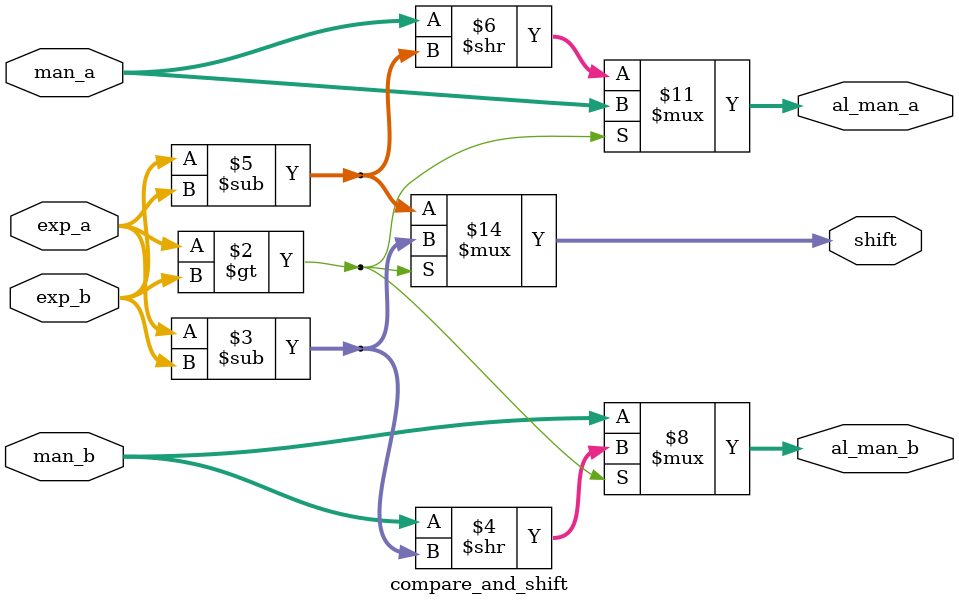
<source format=v>
`timescale 1ns / 1ps

module compare_and_shift (
    input [7:0] exp_a,
    input [7:0] exp_b,
    input [23:0] man_a,
    input [23:0] man_b,
    output reg [23:0] al_man_a,
    output reg [23:0] al_man_b,
    output reg [7:0] shift
);
    always @(*) begin
        if (exp_a > exp_b) begin
            shift = exp_a - exp_b;
            al_man_a = man_a;
            al_man_b = man_b >> shift;
        end else begin
            shift = exp_b - exp_a;
            al_man_a = man_a >> shift;
            al_man_b = man_b;
        end
    end
endmodule

</source>
